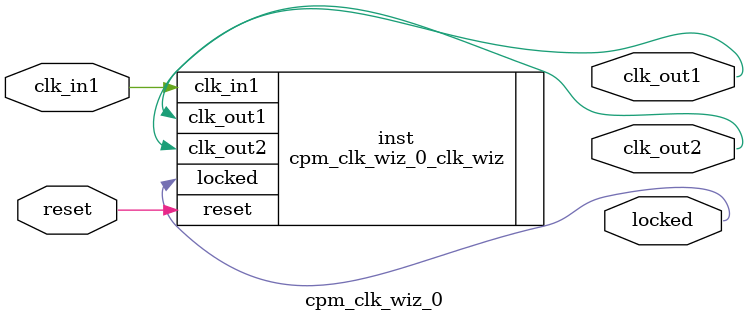
<source format=v>


`timescale 1ps/1ps

(* CORE_GENERATION_INFO = "cpm_clk_wiz_0,clk_wiz_v6_0_10_0_0,{component_name=cpm_clk_wiz_0,use_phase_alignment=true,use_min_o_jitter=false,use_max_i_jitter=false,use_dyn_phase_shift=false,use_inclk_switchover=false,use_dyn_reconfig=false,enable_axi=0,feedback_source=FDBK_AUTO,PRIMITIVE=MMCM,num_out_clk=2,clkin1_period=10.000,clkin2_period=10.000,use_power_down=false,use_reset=true,use_locked=true,use_inclk_stopped=false,feedback_type=SINGLE,CLOCK_MGR_TYPE=NA,manual_override=false}" *)

module cpm_clk_wiz_0 
 (
  // Clock out ports
  output        clk_out1,
  output        clk_out2,
  // Status and control signals
  input         reset,
  output        locked,
 // Clock in ports
  input         clk_in1
 );

  cpm_clk_wiz_0_clk_wiz inst
  (
  // Clock out ports  
  .clk_out1(clk_out1),
  .clk_out2(clk_out2),
  // Status and control signals               
  .reset(reset), 
  .locked(locked),
 // Clock in ports
  .clk_in1(clk_in1)
  );

endmodule

</source>
